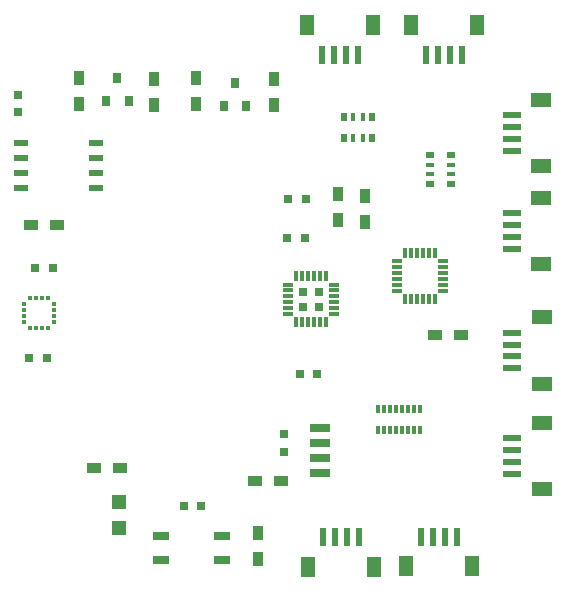
<source format=gtp>
G04 #@! TF.GenerationSoftware,KiCad,Pcbnew,no-vcs-found-799c8b6~57~ubuntu16.04.1*
G04 #@! TF.CreationDate,2017-02-27T20:11:45+01:00*
G04 #@! TF.ProjectId,GhostSensorboard,47686F737453656E736F72626F617264,rev?*
G04 #@! TF.FileFunction,Paste,Top*
G04 #@! TF.FilePolarity,Positive*
%FSLAX46Y46*%
G04 Gerber Fmt 4.6, Leading zero omitted, Abs format (unit mm)*
G04 Created by KiCad (PCBNEW no-vcs-found-799c8b6~57~ubuntu16.04.1) date Mon Feb 27 20:11:45 2017*
%MOMM*%
%LPD*%
G01*
G04 APERTURE LIST*
%ADD10C,0.100000*%
%ADD11R,0.750000X0.800000*%
%ADD12R,0.800000X0.750000*%
%ADD13R,1.200000X1.200000*%
%ADD14R,0.800000X0.900000*%
%ADD15R,1.200000X0.900000*%
%ADD16R,0.900000X1.200000*%
%ADD17R,1.450000X0.700000*%
%ADD18R,0.850000X0.300000*%
%ADD19R,0.300000X0.850000*%
%ADD20R,0.600000X1.550000*%
%ADD21R,1.200000X1.800000*%
%ADD22R,1.800000X0.800000*%
%ADD23R,0.780000X0.780000*%
%ADD24R,1.550000X0.600000*%
%ADD25R,1.800000X1.200000*%
%ADD26R,1.143000X0.508000*%
%ADD27R,0.500000X0.800000*%
%ADD28R,0.400000X0.800000*%
%ADD29R,0.800000X0.500000*%
%ADD30R,0.800000X0.400000*%
%ADD31R,0.300000X0.800000*%
%ADD32R,0.300000X0.450000*%
%ADD33R,0.450000X0.300000*%
G04 APERTURE END LIST*
D10*
D11*
X116464080Y-113329720D03*
X116464080Y-111829720D03*
D12*
X109434760Y-117899180D03*
X107934760Y-117899180D03*
D11*
X93893640Y-83064920D03*
X93893640Y-84564920D03*
D12*
X117735920Y-106725720D03*
X119235920Y-106725720D03*
X116684360Y-95239840D03*
X118184360Y-95239840D03*
X116770720Y-91892120D03*
X118270720Y-91892120D03*
X94870840Y-105369360D03*
X96370840Y-105369360D03*
X96868680Y-97790000D03*
X95368680Y-97790000D03*
D13*
X102473760Y-117584040D03*
X102473760Y-119784040D03*
D14*
X101371360Y-83654140D03*
X103271360Y-83654140D03*
X102321360Y-81654140D03*
X111318000Y-84050380D03*
X113218000Y-84050380D03*
X112268000Y-82050380D03*
D15*
X129237560Y-103449120D03*
X131437560Y-103449120D03*
X116156920Y-115763040D03*
X113956920Y-115763040D03*
D16*
X105410000Y-81737020D03*
X105410000Y-83937020D03*
X114226340Y-122425640D03*
X114226340Y-120225640D03*
D15*
X102532360Y-114655600D03*
X100332360Y-114655600D03*
D16*
X99049840Y-83865900D03*
X99049840Y-81665900D03*
X115559840Y-81792900D03*
X115559840Y-83992900D03*
X108935520Y-83901460D03*
X108935520Y-81701460D03*
X123261120Y-93830320D03*
X123261120Y-91630320D03*
X121005600Y-91493160D03*
X121005600Y-93693160D03*
D15*
X97218680Y-94147640D03*
X95018680Y-94147640D03*
D17*
X106038020Y-122452640D03*
X111198020Y-122452640D03*
X111198020Y-120452640D03*
X106038020Y-120452640D03*
D18*
X129905040Y-99675000D03*
X129905040Y-99175000D03*
X129905040Y-98675000D03*
X129905040Y-98175000D03*
X129905040Y-97675000D03*
X129905040Y-97175000D03*
D19*
X129205040Y-96475000D03*
X128705040Y-96475000D03*
X128205040Y-96475000D03*
X127705040Y-96475000D03*
X127205040Y-96475000D03*
X126705040Y-96475000D03*
D18*
X126005040Y-97175000D03*
X126005040Y-97675000D03*
X126005040Y-98175000D03*
X126005040Y-98675000D03*
X126005040Y-99175000D03*
X126005040Y-99675000D03*
D19*
X126705040Y-100375000D03*
X127205040Y-100375000D03*
X127705040Y-100375000D03*
X128205040Y-100375000D03*
X128705040Y-100375000D03*
X129205040Y-100375000D03*
D20*
X128469260Y-79695160D03*
X129469260Y-79695160D03*
X130469260Y-79695160D03*
X131469260Y-79695160D03*
D21*
X127169260Y-77170160D03*
X132769260Y-77170160D03*
D20*
X119680860Y-79695160D03*
X120680860Y-79695160D03*
X121680860Y-79695160D03*
X122680860Y-79695160D03*
D21*
X118380860Y-77170160D03*
X123980860Y-77170160D03*
D22*
X119451120Y-111328200D03*
X119451120Y-112598200D03*
X119451120Y-113868200D03*
X119451120Y-115138200D03*
D18*
X116769600Y-99156200D03*
X116769600Y-99656200D03*
X116769600Y-100156200D03*
X116769600Y-100656200D03*
X116769600Y-101156200D03*
X116769600Y-101656200D03*
D19*
X117469600Y-102356200D03*
X117969600Y-102356200D03*
X118469600Y-102356200D03*
X118969600Y-102356200D03*
X119469600Y-102356200D03*
X119969600Y-102356200D03*
D18*
X120669600Y-101656200D03*
X120669600Y-101156200D03*
X120669600Y-100656200D03*
X120669600Y-100156200D03*
X120669600Y-99656200D03*
X120669600Y-99156200D03*
D19*
X119969600Y-98456200D03*
X119469600Y-98456200D03*
X118969600Y-98456200D03*
X118469600Y-98456200D03*
X117969600Y-98456200D03*
X117469600Y-98456200D03*
D23*
X119369600Y-101056200D03*
X119369600Y-99756200D03*
X118069600Y-101056200D03*
X118069600Y-99756200D03*
D24*
X135696840Y-93117540D03*
X135696840Y-94117540D03*
X135696840Y-95117540D03*
X135696840Y-96117540D03*
D25*
X138221840Y-91817540D03*
X138221840Y-97417540D03*
D24*
X135696840Y-84834600D03*
X135696840Y-85834600D03*
X135696840Y-86834600D03*
X135696840Y-87834600D03*
D25*
X138221840Y-83534600D03*
X138221840Y-89134600D03*
D24*
X135752840Y-112186720D03*
X135752840Y-113186720D03*
X135752840Y-114186720D03*
X135752840Y-115186720D03*
D25*
X138277840Y-110886720D03*
X138277840Y-116486720D03*
D24*
X135714620Y-103234360D03*
X135714620Y-104234360D03*
X135714620Y-105234360D03*
X135714620Y-106234360D03*
D25*
X138239620Y-101934360D03*
X138239620Y-107534360D03*
D20*
X131045080Y-120487320D03*
X130045080Y-120487320D03*
X129045080Y-120487320D03*
X128045080Y-120487320D03*
D21*
X132345080Y-123012320D03*
X126745080Y-123012320D03*
D20*
X122762140Y-120566060D03*
X121762140Y-120566060D03*
X120762140Y-120566060D03*
X119762140Y-120566060D03*
D21*
X124062140Y-123091060D03*
X118462140Y-123091060D03*
D26*
X94117160Y-90982800D03*
X94117160Y-89712800D03*
X94117160Y-88442800D03*
X94117160Y-87172800D03*
X100467160Y-87172800D03*
X100467160Y-88442800D03*
X100467160Y-89712800D03*
X100467160Y-90982800D03*
D27*
X121489620Y-86762160D03*
D28*
X123089620Y-86762160D03*
X122289620Y-86762160D03*
D27*
X123889620Y-86762160D03*
D28*
X122289620Y-84962160D03*
D27*
X121489620Y-84962160D03*
D28*
X123089620Y-84962160D03*
D27*
X123889620Y-84962160D03*
D29*
X128792400Y-88213080D03*
D30*
X128792400Y-89813080D03*
X128792400Y-89013080D03*
D29*
X128792400Y-90613080D03*
D30*
X130592400Y-89013080D03*
D29*
X130592400Y-88213080D03*
D30*
X130592400Y-89813080D03*
D29*
X130592400Y-90613080D03*
D31*
X127901960Y-109677200D03*
X127901960Y-111477200D03*
X124401960Y-109677200D03*
X124401960Y-111477200D03*
X127401960Y-109677200D03*
X126901960Y-109677200D03*
X126401960Y-109677200D03*
X125901960Y-109677200D03*
X125401960Y-109677200D03*
X124901960Y-109677200D03*
X127401960Y-111477200D03*
X126901960Y-111477200D03*
X126401960Y-111477200D03*
X125401960Y-111477200D03*
X125901960Y-111477200D03*
X124901960Y-111477200D03*
D32*
X94957200Y-102824200D03*
X95457200Y-102824200D03*
X95957200Y-102824200D03*
X96457200Y-102824200D03*
D33*
X96982200Y-102299200D03*
X96982200Y-101799200D03*
X96982200Y-101299200D03*
X96982200Y-100799200D03*
D32*
X96457200Y-100274200D03*
X95957200Y-100274200D03*
X95457200Y-100274200D03*
X94957200Y-100274200D03*
D33*
X94432200Y-100799200D03*
X94432200Y-101299200D03*
X94432200Y-101799200D03*
X94432200Y-102299200D03*
M02*

</source>
